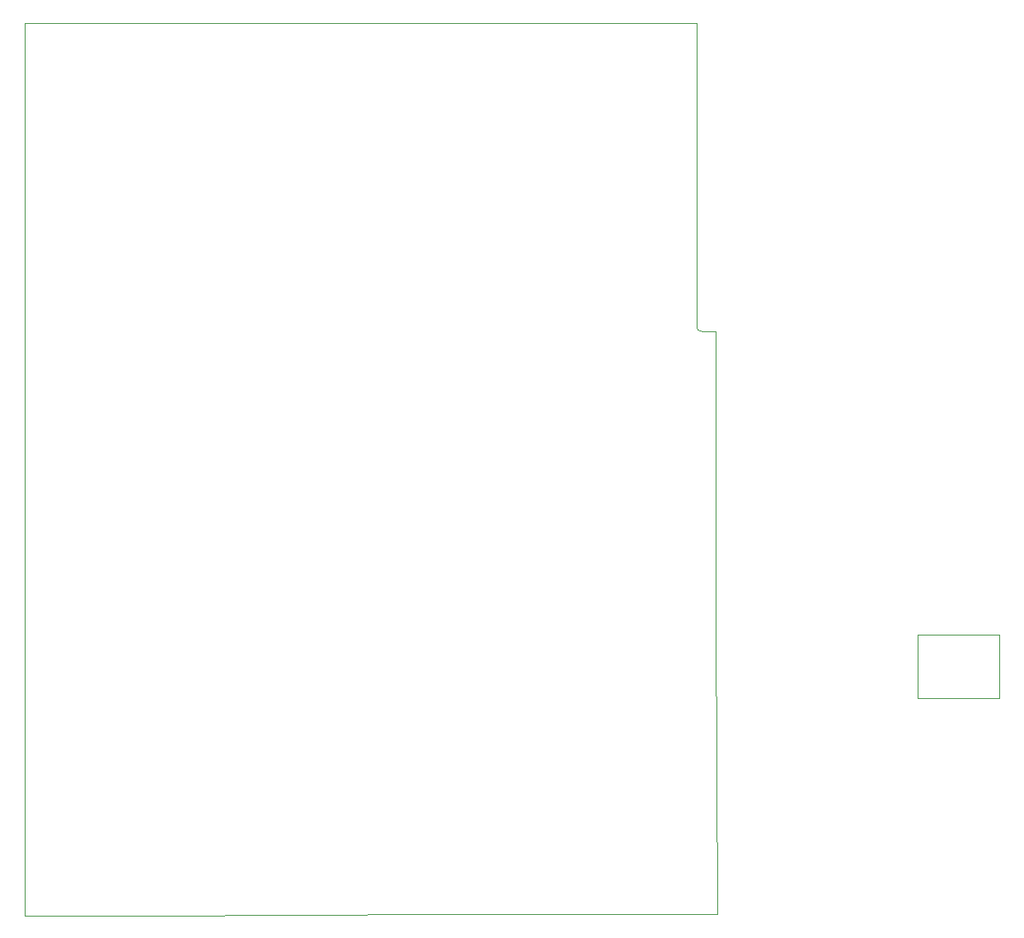
<source format=gbr>
%TF.GenerationSoftware,KiCad,Pcbnew,8.0.8*%
%TF.CreationDate,2025-04-07T11:11:10-04:00*%
%TF.ProjectId,PROTOTYPE,50524f54-4f54-4595-9045-2e6b69636164,rev?*%
%TF.SameCoordinates,Original*%
%TF.FileFunction,Profile,NP*%
%FSLAX46Y46*%
G04 Gerber Fmt 4.6, Leading zero omitted, Abs format (unit mm)*
G04 Created by KiCad (PCBNEW 8.0.8) date 2025-04-07 11:11:10*
%MOMM*%
%LPD*%
G01*
G04 APERTURE LIST*
%TA.AperFunction,Profile*%
%ADD10C,0.050000*%
%TD*%
G04 APERTURE END LIST*
D10*
X88400000Y-129900000D02*
X59200000Y-130000000D01*
X117100000Y-129900000D02*
X113500000Y-129900000D01*
X46000000Y-123700000D02*
X46000000Y-76000000D01*
X117000000Y-70000000D02*
X117000000Y-92000000D01*
X46000000Y-38300000D02*
X86450000Y-38300000D01*
X46000000Y-76000000D02*
X46000000Y-55000000D01*
X115500000Y-70000000D02*
X117000000Y-70000000D01*
X88400000Y-129900000D02*
X113500000Y-129900000D01*
X117000000Y-92000000D02*
X117000000Y-100000000D01*
X115000000Y-38300000D02*
X115000000Y-69500000D01*
X137675000Y-101150000D02*
X146125000Y-101150000D01*
X146125000Y-107700000D01*
X137675000Y-107700000D01*
X137675000Y-101150000D01*
X86450000Y-38300000D02*
X115000000Y-38300000D01*
X46000000Y-55000000D02*
X46000000Y-38300000D01*
X59200000Y-130000000D02*
X46000000Y-130000000D01*
X117000000Y-100000000D02*
X117100000Y-129900000D01*
X115500000Y-70000000D02*
G75*
G02*
X115000000Y-69500000I0J500000D01*
G01*
X46000000Y-130000000D02*
X46000000Y-123700000D01*
M02*

</source>
